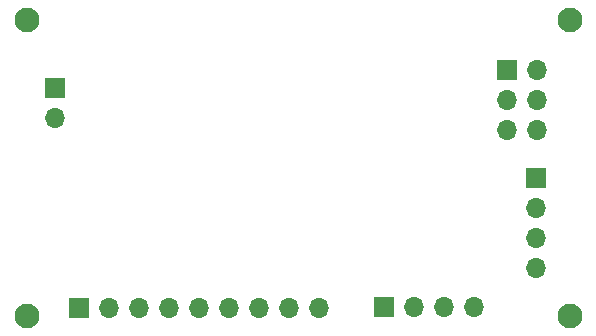
<source format=gbs>
%TF.GenerationSoftware,KiCad,Pcbnew,8.0.1*%
%TF.CreationDate,2024-07-18T02:30:48+05:30*%
%TF.ProjectId,MCU_datalogger_PCB,4d43555f-6461-4746-916c-6f676765725f,1*%
%TF.SameCoordinates,Original*%
%TF.FileFunction,Soldermask,Bot*%
%TF.FilePolarity,Negative*%
%FSLAX46Y46*%
G04 Gerber Fmt 4.6, Leading zero omitted, Abs format (unit mm)*
G04 Created by KiCad (PCBNEW 8.0.1) date 2024-07-18 02:30:48*
%MOMM*%
%LPD*%
G01*
G04 APERTURE LIST*
%ADD10R,1.700000X1.700000*%
%ADD11O,1.700000X1.700000*%
%ADD12C,2.100000*%
G04 APERTURE END LIST*
D10*
%TO.C,J2*%
X139446000Y-105664000D03*
D11*
X141986000Y-105664000D03*
X144526000Y-105664000D03*
X147066000Y-105664000D03*
%TD*%
D10*
%TO.C,J1*%
X152390000Y-94750000D03*
D11*
X152390000Y-97290000D03*
X152390000Y-99830000D03*
X152390000Y-102370000D03*
%TD*%
D10*
%TO.C,J3*%
X113665000Y-105791000D03*
D11*
X116205000Y-105791000D03*
X118745000Y-105791000D03*
X121285000Y-105791000D03*
X123825000Y-105791000D03*
X126365000Y-105791000D03*
X128905000Y-105791000D03*
X131445000Y-105791000D03*
X133985000Y-105791000D03*
%TD*%
D10*
%TO.C,BT1*%
X111630000Y-87180000D03*
D11*
X111630000Y-89720000D03*
%TD*%
D12*
%TO.C,H3*%
X109220000Y-106426000D03*
%TD*%
D10*
%TO.C,J4*%
X149860000Y-85598000D03*
D11*
X152400000Y-85598000D03*
X149860000Y-88138000D03*
X152400000Y-88138000D03*
X149860000Y-90678000D03*
X152400000Y-90678000D03*
%TD*%
D12*
%TO.C,H1*%
X155194000Y-81407000D03*
%TD*%
%TO.C,H4*%
X155194000Y-106426000D03*
%TD*%
%TO.C,H2*%
X109220000Y-81407000D03*
%TD*%
M02*

</source>
